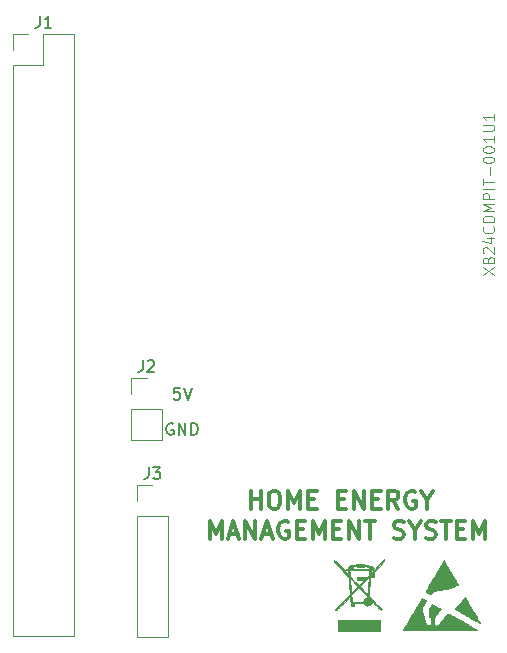
<source format=gbr>
G04 #@! TF.GenerationSoftware,KiCad,Pcbnew,(5.0.1)-4*
G04 #@! TF.CreationDate,2019-03-02T13:01:11-06:00*
G04 #@! TF.ProjectId,ccu_pcb2,6363755F706362322E6B696361645F70,rev?*
G04 #@! TF.SameCoordinates,Original*
G04 #@! TF.FileFunction,Legend,Top*
G04 #@! TF.FilePolarity,Positive*
%FSLAX46Y46*%
G04 Gerber Fmt 4.6, Leading zero omitted, Abs format (unit mm)*
G04 Created by KiCad (PCBNEW (5.0.1)-4) date 2019-03-02 1:01:11 PM*
%MOMM*%
%LPD*%
G01*
G04 APERTURE LIST*
%ADD10C,0.150000*%
%ADD11C,0.300000*%
%ADD12C,0.120000*%
%ADD13C,0.010000*%
%ADD14C,0.050000*%
G04 APERTURE END LIST*
D10*
X152238095Y-99500000D02*
X152142857Y-99452380D01*
X152000000Y-99452380D01*
X151857142Y-99500000D01*
X151761904Y-99595238D01*
X151714285Y-99690476D01*
X151666666Y-99880952D01*
X151666666Y-100023809D01*
X151714285Y-100214285D01*
X151761904Y-100309523D01*
X151857142Y-100404761D01*
X152000000Y-100452380D01*
X152095238Y-100452380D01*
X152238095Y-100404761D01*
X152285714Y-100357142D01*
X152285714Y-100023809D01*
X152095238Y-100023809D01*
X152714285Y-100452380D02*
X152714285Y-99452380D01*
X153285714Y-100452380D01*
X153285714Y-99452380D01*
X153761904Y-100452380D02*
X153761904Y-99452380D01*
X154000000Y-99452380D01*
X154142857Y-99500000D01*
X154238095Y-99595238D01*
X154285714Y-99690476D01*
X154333333Y-99880952D01*
X154333333Y-100023809D01*
X154285714Y-100214285D01*
X154238095Y-100309523D01*
X154142857Y-100404761D01*
X154000000Y-100452380D01*
X153761904Y-100452380D01*
X152809523Y-96452380D02*
X152333333Y-96452380D01*
X152285714Y-96928571D01*
X152333333Y-96880952D01*
X152428571Y-96833333D01*
X152666666Y-96833333D01*
X152761904Y-96880952D01*
X152809523Y-96928571D01*
X152857142Y-97023809D01*
X152857142Y-97261904D01*
X152809523Y-97357142D01*
X152761904Y-97404761D01*
X152666666Y-97452380D01*
X152428571Y-97452380D01*
X152333333Y-97404761D01*
X152285714Y-97357142D01*
X153142857Y-96452380D02*
X153476190Y-97452380D01*
X153809523Y-96452380D01*
D11*
X158821428Y-106678571D02*
X158821428Y-105178571D01*
X158821428Y-105892857D02*
X159678571Y-105892857D01*
X159678571Y-106678571D02*
X159678571Y-105178571D01*
X160678571Y-105178571D02*
X160964285Y-105178571D01*
X161107142Y-105250000D01*
X161250000Y-105392857D01*
X161321428Y-105678571D01*
X161321428Y-106178571D01*
X161250000Y-106464285D01*
X161107142Y-106607142D01*
X160964285Y-106678571D01*
X160678571Y-106678571D01*
X160535714Y-106607142D01*
X160392857Y-106464285D01*
X160321428Y-106178571D01*
X160321428Y-105678571D01*
X160392857Y-105392857D01*
X160535714Y-105250000D01*
X160678571Y-105178571D01*
X161964285Y-106678571D02*
X161964285Y-105178571D01*
X162464285Y-106250000D01*
X162964285Y-105178571D01*
X162964285Y-106678571D01*
X163678571Y-105892857D02*
X164178571Y-105892857D01*
X164392857Y-106678571D02*
X163678571Y-106678571D01*
X163678571Y-105178571D01*
X164392857Y-105178571D01*
X166178571Y-105892857D02*
X166678571Y-105892857D01*
X166892857Y-106678571D02*
X166178571Y-106678571D01*
X166178571Y-105178571D01*
X166892857Y-105178571D01*
X167535714Y-106678571D02*
X167535714Y-105178571D01*
X168392857Y-106678571D01*
X168392857Y-105178571D01*
X169107142Y-105892857D02*
X169607142Y-105892857D01*
X169821428Y-106678571D02*
X169107142Y-106678571D01*
X169107142Y-105178571D01*
X169821428Y-105178571D01*
X171321428Y-106678571D02*
X170821428Y-105964285D01*
X170464285Y-106678571D02*
X170464285Y-105178571D01*
X171035714Y-105178571D01*
X171178571Y-105250000D01*
X171250000Y-105321428D01*
X171321428Y-105464285D01*
X171321428Y-105678571D01*
X171250000Y-105821428D01*
X171178571Y-105892857D01*
X171035714Y-105964285D01*
X170464285Y-105964285D01*
X172750000Y-105250000D02*
X172607142Y-105178571D01*
X172392857Y-105178571D01*
X172178571Y-105250000D01*
X172035714Y-105392857D01*
X171964285Y-105535714D01*
X171892857Y-105821428D01*
X171892857Y-106035714D01*
X171964285Y-106321428D01*
X172035714Y-106464285D01*
X172178571Y-106607142D01*
X172392857Y-106678571D01*
X172535714Y-106678571D01*
X172750000Y-106607142D01*
X172821428Y-106535714D01*
X172821428Y-106035714D01*
X172535714Y-106035714D01*
X173750000Y-105964285D02*
X173750000Y-106678571D01*
X173250000Y-105178571D02*
X173750000Y-105964285D01*
X174250000Y-105178571D01*
X155357142Y-109228571D02*
X155357142Y-107728571D01*
X155857142Y-108800000D01*
X156357142Y-107728571D01*
X156357142Y-109228571D01*
X157000000Y-108800000D02*
X157714285Y-108800000D01*
X156857142Y-109228571D02*
X157357142Y-107728571D01*
X157857142Y-109228571D01*
X158357142Y-109228571D02*
X158357142Y-107728571D01*
X159214285Y-109228571D01*
X159214285Y-107728571D01*
X159857142Y-108800000D02*
X160571428Y-108800000D01*
X159714285Y-109228571D02*
X160214285Y-107728571D01*
X160714285Y-109228571D01*
X162000000Y-107800000D02*
X161857142Y-107728571D01*
X161642857Y-107728571D01*
X161428571Y-107800000D01*
X161285714Y-107942857D01*
X161214285Y-108085714D01*
X161142857Y-108371428D01*
X161142857Y-108585714D01*
X161214285Y-108871428D01*
X161285714Y-109014285D01*
X161428571Y-109157142D01*
X161642857Y-109228571D01*
X161785714Y-109228571D01*
X162000000Y-109157142D01*
X162071428Y-109085714D01*
X162071428Y-108585714D01*
X161785714Y-108585714D01*
X162714285Y-108442857D02*
X163214285Y-108442857D01*
X163428571Y-109228571D02*
X162714285Y-109228571D01*
X162714285Y-107728571D01*
X163428571Y-107728571D01*
X164071428Y-109228571D02*
X164071428Y-107728571D01*
X164571428Y-108800000D01*
X165071428Y-107728571D01*
X165071428Y-109228571D01*
X165785714Y-108442857D02*
X166285714Y-108442857D01*
X166500000Y-109228571D02*
X165785714Y-109228571D01*
X165785714Y-107728571D01*
X166500000Y-107728571D01*
X167142857Y-109228571D02*
X167142857Y-107728571D01*
X168000000Y-109228571D01*
X168000000Y-107728571D01*
X168500000Y-107728571D02*
X169357142Y-107728571D01*
X168928571Y-109228571D02*
X168928571Y-107728571D01*
X170928571Y-109157142D02*
X171142857Y-109228571D01*
X171500000Y-109228571D01*
X171642857Y-109157142D01*
X171714285Y-109085714D01*
X171785714Y-108942857D01*
X171785714Y-108800000D01*
X171714285Y-108657142D01*
X171642857Y-108585714D01*
X171500000Y-108514285D01*
X171214285Y-108442857D01*
X171071428Y-108371428D01*
X171000000Y-108300000D01*
X170928571Y-108157142D01*
X170928571Y-108014285D01*
X171000000Y-107871428D01*
X171071428Y-107800000D01*
X171214285Y-107728571D01*
X171571428Y-107728571D01*
X171785714Y-107800000D01*
X172714285Y-108514285D02*
X172714285Y-109228571D01*
X172214285Y-107728571D02*
X172714285Y-108514285D01*
X173214285Y-107728571D01*
X173642857Y-109157142D02*
X173857142Y-109228571D01*
X174214285Y-109228571D01*
X174357142Y-109157142D01*
X174428571Y-109085714D01*
X174500000Y-108942857D01*
X174500000Y-108800000D01*
X174428571Y-108657142D01*
X174357142Y-108585714D01*
X174214285Y-108514285D01*
X173928571Y-108442857D01*
X173785714Y-108371428D01*
X173714285Y-108300000D01*
X173642857Y-108157142D01*
X173642857Y-108014285D01*
X173714285Y-107871428D01*
X173785714Y-107800000D01*
X173928571Y-107728571D01*
X174285714Y-107728571D01*
X174500000Y-107800000D01*
X174928571Y-107728571D02*
X175785714Y-107728571D01*
X175357142Y-109228571D02*
X175357142Y-107728571D01*
X176285714Y-108442857D02*
X176785714Y-108442857D01*
X177000000Y-109228571D02*
X176285714Y-109228571D01*
X176285714Y-107728571D01*
X177000000Y-107728571D01*
X177642857Y-109228571D02*
X177642857Y-107728571D01*
X178142857Y-108800000D01*
X178642857Y-107728571D01*
X178642857Y-109228571D01*
D12*
G04 #@! TO.C,J1*
X138670000Y-117455001D02*
X143870000Y-117455001D01*
X138670000Y-69135001D02*
X138670000Y-117455001D01*
X143870000Y-66535001D02*
X143870000Y-117455001D01*
X138670000Y-69135001D02*
X141270000Y-69135001D01*
X141270000Y-69135001D02*
X141270000Y-66535001D01*
X141270000Y-66535001D02*
X143870000Y-66535001D01*
X138670000Y-67865001D02*
X138670000Y-66535001D01*
X138670000Y-66535001D02*
X140000000Y-66535001D01*
G04 #@! TO.C,J2*
X148670000Y-95670000D02*
X150000000Y-95670000D01*
X148670000Y-97000000D02*
X148670000Y-95670000D01*
X148670000Y-98270000D02*
X151330000Y-98270000D01*
X151330000Y-98270000D02*
X151330000Y-100870000D01*
X148670000Y-98270000D02*
X148670000Y-100870000D01*
X148670000Y-100870000D02*
X151330000Y-100870000D01*
G04 #@! TO.C,J3*
X149165000Y-117535000D02*
X151825000Y-117535000D01*
X149165000Y-107315000D02*
X149165000Y-117535000D01*
X151825000Y-107315000D02*
X151825000Y-117535000D01*
X149165000Y-107315000D02*
X151825000Y-107315000D01*
X149165000Y-106045000D02*
X149165000Y-104715000D01*
X149165000Y-104715000D02*
X150495000Y-104715000D01*
D13*
G04 #@! TO.C,REF\002A\002A*
G36*
X175164043Y-111085835D02*
X175187065Y-111123245D01*
X175222534Y-111182514D01*
X175268996Y-111261118D01*
X175324996Y-111356538D01*
X175389081Y-111466250D01*
X175459796Y-111587734D01*
X175535687Y-111718468D01*
X175615299Y-111855930D01*
X175697178Y-111997598D01*
X175779870Y-112140951D01*
X175861921Y-112283467D01*
X175941876Y-112422624D01*
X176018281Y-112555901D01*
X176089682Y-112680776D01*
X176154624Y-112794727D01*
X176211653Y-112895233D01*
X176259315Y-112979772D01*
X176296155Y-113045822D01*
X176320720Y-113090862D01*
X176331554Y-113112370D01*
X176331951Y-113113714D01*
X176318501Y-113131965D01*
X176281114Y-113159882D01*
X176224235Y-113194725D01*
X176152312Y-113233754D01*
X176077015Y-113270843D01*
X175974560Y-113315817D01*
X175866817Y-113356226D01*
X175750073Y-113392969D01*
X175620618Y-113426942D01*
X175474740Y-113459044D01*
X175308726Y-113490173D01*
X175118866Y-113521227D01*
X174922469Y-113550145D01*
X174751834Y-113575800D01*
X174608545Y-113601198D01*
X174489008Y-113627602D01*
X174389630Y-113656273D01*
X174306818Y-113688473D01*
X174236978Y-113725465D01*
X174176518Y-113768512D01*
X174121845Y-113818875D01*
X174104214Y-113837583D01*
X174066000Y-113881139D01*
X174037732Y-113916682D01*
X174024618Y-113937583D01*
X174024268Y-113939297D01*
X174019680Y-113949806D01*
X174003758Y-113949924D01*
X173973266Y-113938254D01*
X173924968Y-113913396D01*
X173855627Y-113873952D01*
X173807439Y-113845587D01*
X173735583Y-113801247D01*
X173679742Y-113763279D01*
X173643667Y-113734416D01*
X173631113Y-113717388D01*
X173631121Y-113717264D01*
X173638906Y-113701037D01*
X173660892Y-113660400D01*
X173695803Y-113597567D01*
X173742363Y-113514752D01*
X173799295Y-113414172D01*
X173865323Y-113298040D01*
X173939172Y-113168571D01*
X174019564Y-113027980D01*
X174105224Y-112878482D01*
X174194876Y-112722292D01*
X174287243Y-112561624D01*
X174381049Y-112398693D01*
X174475018Y-112235713D01*
X174567874Y-112074900D01*
X174658340Y-111918468D01*
X174745141Y-111768633D01*
X174827000Y-111627608D01*
X174902641Y-111497609D01*
X174970787Y-111380849D01*
X175030163Y-111279545D01*
X175079493Y-111195911D01*
X175117500Y-111132162D01*
X175142907Y-111090511D01*
X175154440Y-111073175D01*
X175154923Y-111072805D01*
X175164043Y-111085835D01*
X175164043Y-111085835D01*
G37*
X175164043Y-111085835D02*
X175187065Y-111123245D01*
X175222534Y-111182514D01*
X175268996Y-111261118D01*
X175324996Y-111356538D01*
X175389081Y-111466250D01*
X175459796Y-111587734D01*
X175535687Y-111718468D01*
X175615299Y-111855930D01*
X175697178Y-111997598D01*
X175779870Y-112140951D01*
X175861921Y-112283467D01*
X175941876Y-112422624D01*
X176018281Y-112555901D01*
X176089682Y-112680776D01*
X176154624Y-112794727D01*
X176211653Y-112895233D01*
X176259315Y-112979772D01*
X176296155Y-113045822D01*
X176320720Y-113090862D01*
X176331554Y-113112370D01*
X176331951Y-113113714D01*
X176318501Y-113131965D01*
X176281114Y-113159882D01*
X176224235Y-113194725D01*
X176152312Y-113233754D01*
X176077015Y-113270843D01*
X175974560Y-113315817D01*
X175866817Y-113356226D01*
X175750073Y-113392969D01*
X175620618Y-113426942D01*
X175474740Y-113459044D01*
X175308726Y-113490173D01*
X175118866Y-113521227D01*
X174922469Y-113550145D01*
X174751834Y-113575800D01*
X174608545Y-113601198D01*
X174489008Y-113627602D01*
X174389630Y-113656273D01*
X174306818Y-113688473D01*
X174236978Y-113725465D01*
X174176518Y-113768512D01*
X174121845Y-113818875D01*
X174104214Y-113837583D01*
X174066000Y-113881139D01*
X174037732Y-113916682D01*
X174024618Y-113937583D01*
X174024268Y-113939297D01*
X174019680Y-113949806D01*
X174003758Y-113949924D01*
X173973266Y-113938254D01*
X173924968Y-113913396D01*
X173855627Y-113873952D01*
X173807439Y-113845587D01*
X173735583Y-113801247D01*
X173679742Y-113763279D01*
X173643667Y-113734416D01*
X173631113Y-113717388D01*
X173631121Y-113717264D01*
X173638906Y-113701037D01*
X173660892Y-113660400D01*
X173695803Y-113597567D01*
X173742363Y-113514752D01*
X173799295Y-113414172D01*
X173865323Y-113298040D01*
X173939172Y-113168571D01*
X174019564Y-113027980D01*
X174105224Y-112878482D01*
X174194876Y-112722292D01*
X174287243Y-112561624D01*
X174381049Y-112398693D01*
X174475018Y-112235713D01*
X174567874Y-112074900D01*
X174658340Y-111918468D01*
X174745141Y-111768633D01*
X174827000Y-111627608D01*
X174902641Y-111497609D01*
X174970787Y-111380849D01*
X175030163Y-111279545D01*
X175079493Y-111195911D01*
X175117500Y-111132162D01*
X175142907Y-111090511D01*
X175154440Y-111073175D01*
X175154923Y-111072805D01*
X175164043Y-111085835D01*
G36*
X176987528Y-114234619D02*
X176998908Y-114253693D01*
X177024488Y-114297421D01*
X177063002Y-114363619D01*
X177113186Y-114450102D01*
X177173775Y-114554685D01*
X177243503Y-114675183D01*
X177321107Y-114809412D01*
X177405320Y-114955187D01*
X177494879Y-115110323D01*
X177586998Y-115270000D01*
X177681076Y-115433117D01*
X177771402Y-115589709D01*
X177856665Y-115737506D01*
X177935557Y-115874240D01*
X178006769Y-115997642D01*
X178068991Y-116105444D01*
X178120913Y-116195377D01*
X178161228Y-116265173D01*
X178188624Y-116312564D01*
X178201507Y-116334786D01*
X178222507Y-116372330D01*
X178233925Y-116395831D01*
X178234551Y-116399920D01*
X178220636Y-116392242D01*
X178181941Y-116370203D01*
X178120487Y-116334971D01*
X178038298Y-116287711D01*
X177937396Y-116229589D01*
X177819805Y-116161771D01*
X177687546Y-116085424D01*
X177542642Y-116001714D01*
X177387117Y-115911806D01*
X177222992Y-115816867D01*
X177160549Y-115780732D01*
X176993487Y-115684083D01*
X176834074Y-115591938D01*
X176684355Y-115505475D01*
X176546376Y-115425871D01*
X176422185Y-115354305D01*
X176313827Y-115291955D01*
X176223348Y-115239998D01*
X176152796Y-115199613D01*
X176104215Y-115171978D01*
X176079654Y-115158272D01*
X176077085Y-115156974D01*
X176084569Y-115145220D01*
X176110614Y-115113795D01*
X176152559Y-115065594D01*
X176207746Y-115003510D01*
X176273517Y-114930439D01*
X176347212Y-114849276D01*
X176426173Y-114762916D01*
X176507740Y-114674253D01*
X176589254Y-114586182D01*
X176668057Y-114501599D01*
X176741490Y-114423397D01*
X176806893Y-114354472D01*
X176861608Y-114297719D01*
X176902977Y-114256032D01*
X176917164Y-114242363D01*
X176964180Y-114198201D01*
X176987528Y-114234619D01*
X176987528Y-114234619D01*
G37*
X176987528Y-114234619D02*
X176998908Y-114253693D01*
X177024488Y-114297421D01*
X177063002Y-114363619D01*
X177113186Y-114450102D01*
X177173775Y-114554685D01*
X177243503Y-114675183D01*
X177321107Y-114809412D01*
X177405320Y-114955187D01*
X177494879Y-115110323D01*
X177586998Y-115270000D01*
X177681076Y-115433117D01*
X177771402Y-115589709D01*
X177856665Y-115737506D01*
X177935557Y-115874240D01*
X178006769Y-115997642D01*
X178068991Y-116105444D01*
X178120913Y-116195377D01*
X178161228Y-116265173D01*
X178188624Y-116312564D01*
X178201507Y-116334786D01*
X178222507Y-116372330D01*
X178233925Y-116395831D01*
X178234551Y-116399920D01*
X178220636Y-116392242D01*
X178181941Y-116370203D01*
X178120487Y-116334971D01*
X178038298Y-116287711D01*
X177937396Y-116229589D01*
X177819805Y-116161771D01*
X177687546Y-116085424D01*
X177542642Y-116001714D01*
X177387117Y-115911806D01*
X177222992Y-115816867D01*
X177160549Y-115780732D01*
X176993487Y-115684083D01*
X176834074Y-115591938D01*
X176684355Y-115505475D01*
X176546376Y-115425871D01*
X176422185Y-115354305D01*
X176313827Y-115291955D01*
X176223348Y-115239998D01*
X176152796Y-115199613D01*
X176104215Y-115171978D01*
X176079654Y-115158272D01*
X176077085Y-115156974D01*
X176084569Y-115145220D01*
X176110614Y-115113795D01*
X176152559Y-115065594D01*
X176207746Y-115003510D01*
X176273517Y-114930439D01*
X176347212Y-114849276D01*
X176426173Y-114762916D01*
X176507740Y-114674253D01*
X176589254Y-114586182D01*
X176668057Y-114501599D01*
X176741490Y-114423397D01*
X176806893Y-114354472D01*
X176861608Y-114297719D01*
X176902977Y-114256032D01*
X176917164Y-114242363D01*
X176964180Y-114198201D01*
X176987528Y-114234619D01*
G36*
X173322094Y-114291158D02*
X173354619Y-114303736D01*
X173404193Y-114328712D01*
X173475374Y-114367876D01*
X173480916Y-114370988D01*
X173546474Y-114408476D01*
X173601798Y-114441319D01*
X173641455Y-114466205D01*
X173660012Y-114479820D01*
X173660531Y-114480487D01*
X173656048Y-114499390D01*
X173635486Y-114541605D01*
X173600183Y-114604832D01*
X173551480Y-114686772D01*
X173490718Y-114785122D01*
X173419236Y-114897585D01*
X173401445Y-114925165D01*
X173355093Y-115001699D01*
X173321342Y-115067556D01*
X173303153Y-115116782D01*
X173301286Y-115126507D01*
X173302115Y-115169312D01*
X173311394Y-115237209D01*
X173327968Y-115325843D01*
X173350680Y-115430859D01*
X173378373Y-115547902D01*
X173409890Y-115672616D01*
X173444075Y-115800645D01*
X173479771Y-115927634D01*
X173515821Y-116049228D01*
X173551068Y-116161072D01*
X173584356Y-116258810D01*
X173614528Y-116338087D01*
X173635561Y-116385122D01*
X173660337Y-116435225D01*
X173683730Y-116483168D01*
X173684997Y-116485793D01*
X173723699Y-116534220D01*
X173780184Y-116566828D01*
X173845939Y-116582454D01*
X173912451Y-116579937D01*
X173971205Y-116558114D01*
X174004258Y-116529382D01*
X174051859Y-116450583D01*
X174086739Y-116352378D01*
X174105877Y-116244779D01*
X174108588Y-116183780D01*
X174097670Y-116069935D01*
X174065624Y-115975660D01*
X174010726Y-115896379D01*
X173993607Y-115878733D01*
X173942661Y-115829235D01*
X173939163Y-115479362D01*
X173935664Y-115129489D01*
X174024818Y-114994531D01*
X174066654Y-114933445D01*
X174106945Y-114878493D01*
X174139943Y-114837336D01*
X174154126Y-114822192D01*
X174194281Y-114784810D01*
X174248665Y-114814098D01*
X174283039Y-114835084D01*
X174301846Y-114851378D01*
X174303049Y-114854307D01*
X174315903Y-114866728D01*
X174337896Y-114875977D01*
X174359150Y-114884313D01*
X174391694Y-114900149D01*
X174438322Y-114925033D01*
X174501829Y-114960509D01*
X174585008Y-115008123D01*
X174690653Y-115069422D01*
X174748062Y-115102932D01*
X174815594Y-115143071D01*
X174859885Y-115171659D01*
X174884855Y-115192039D01*
X174894423Y-115207553D01*
X174892508Y-115221546D01*
X174890911Y-115224796D01*
X174875376Y-115245266D01*
X174842136Y-115283665D01*
X174795062Y-115335696D01*
X174738028Y-115397066D01*
X174688700Y-115449090D01*
X174575030Y-115572567D01*
X174486105Y-115679591D01*
X174421134Y-115771240D01*
X174379321Y-115848588D01*
X174365217Y-115887866D01*
X174359392Y-115922249D01*
X174353375Y-115980899D01*
X174347696Y-116057117D01*
X174342884Y-116144202D01*
X174340619Y-116199268D01*
X174337459Y-116294464D01*
X174336069Y-116364062D01*
X174336858Y-116413409D01*
X174340235Y-116447854D01*
X174346608Y-116472743D01*
X174356387Y-116493425D01*
X174364067Y-116506053D01*
X174408421Y-116554726D01*
X174465574Y-116588645D01*
X174525708Y-116603438D01*
X174570773Y-116598086D01*
X174611576Y-116574930D01*
X174662724Y-116533462D01*
X174717042Y-116480912D01*
X174767357Y-116424516D01*
X174806494Y-116371505D01*
X174820905Y-116345889D01*
X174842491Y-116310814D01*
X174881753Y-116257389D01*
X174935102Y-116189789D01*
X174998952Y-116112190D01*
X175069715Y-116028768D01*
X175143804Y-115943698D01*
X175217632Y-115861155D01*
X175287611Y-115785316D01*
X175350155Y-115720356D01*
X175399260Y-115672669D01*
X175453779Y-115625032D01*
X175499642Y-115589908D01*
X175531811Y-115570949D01*
X175542489Y-115568864D01*
X175558853Y-115577274D01*
X175599671Y-115599846D01*
X175662586Y-115635224D01*
X175745244Y-115682054D01*
X175845289Y-115738981D01*
X175960366Y-115804649D01*
X176088119Y-115877703D01*
X176226194Y-115956788D01*
X176372234Y-116040548D01*
X176523884Y-116127629D01*
X176678790Y-116216676D01*
X176834595Y-116306332D01*
X176988944Y-116395243D01*
X177139482Y-116482054D01*
X177283854Y-116565409D01*
X177419704Y-116643954D01*
X177544677Y-116716333D01*
X177656417Y-116781190D01*
X177752570Y-116837171D01*
X177830779Y-116882920D01*
X177888689Y-116917083D01*
X177923946Y-116938304D01*
X177934165Y-116944963D01*
X177920402Y-116946280D01*
X177877104Y-116947559D01*
X177805714Y-116948796D01*
X177707673Y-116949983D01*
X177584422Y-116951115D01*
X177437403Y-116952186D01*
X177268057Y-116953189D01*
X177077826Y-116954119D01*
X176868151Y-116954968D01*
X176640473Y-116955732D01*
X176396235Y-116956403D01*
X176136877Y-116956976D01*
X175863841Y-116957444D01*
X175578568Y-116957802D01*
X175282500Y-116958042D01*
X174977079Y-116958159D01*
X174848924Y-116958171D01*
X171748970Y-116958171D01*
X171970053Y-116574847D01*
X172016856Y-116493680D01*
X172077102Y-116389166D01*
X172148778Y-116264801D01*
X172229869Y-116124082D01*
X172318362Y-115970503D01*
X172412240Y-115807562D01*
X172509491Y-115638754D01*
X172608100Y-115467575D01*
X172706053Y-115297521D01*
X172730825Y-115254512D01*
X172821152Y-115097857D01*
X172907289Y-114948803D01*
X172987942Y-114809568D01*
X173061816Y-114682371D01*
X173127617Y-114569432D01*
X173184050Y-114472968D01*
X173229821Y-114395200D01*
X173263635Y-114338346D01*
X173284198Y-114304625D01*
X173289953Y-114296040D01*
X173302058Y-114289189D01*
X173322094Y-114291158D01*
X173322094Y-114291158D01*
G37*
X173322094Y-114291158D02*
X173354619Y-114303736D01*
X173404193Y-114328712D01*
X173475374Y-114367876D01*
X173480916Y-114370988D01*
X173546474Y-114408476D01*
X173601798Y-114441319D01*
X173641455Y-114466205D01*
X173660012Y-114479820D01*
X173660531Y-114480487D01*
X173656048Y-114499390D01*
X173635486Y-114541605D01*
X173600183Y-114604832D01*
X173551480Y-114686772D01*
X173490718Y-114785122D01*
X173419236Y-114897585D01*
X173401445Y-114925165D01*
X173355093Y-115001699D01*
X173321342Y-115067556D01*
X173303153Y-115116782D01*
X173301286Y-115126507D01*
X173302115Y-115169312D01*
X173311394Y-115237209D01*
X173327968Y-115325843D01*
X173350680Y-115430859D01*
X173378373Y-115547902D01*
X173409890Y-115672616D01*
X173444075Y-115800645D01*
X173479771Y-115927634D01*
X173515821Y-116049228D01*
X173551068Y-116161072D01*
X173584356Y-116258810D01*
X173614528Y-116338087D01*
X173635561Y-116385122D01*
X173660337Y-116435225D01*
X173683730Y-116483168D01*
X173684997Y-116485793D01*
X173723699Y-116534220D01*
X173780184Y-116566828D01*
X173845939Y-116582454D01*
X173912451Y-116579937D01*
X173971205Y-116558114D01*
X174004258Y-116529382D01*
X174051859Y-116450583D01*
X174086739Y-116352378D01*
X174105877Y-116244779D01*
X174108588Y-116183780D01*
X174097670Y-116069935D01*
X174065624Y-115975660D01*
X174010726Y-115896379D01*
X173993607Y-115878733D01*
X173942661Y-115829235D01*
X173939163Y-115479362D01*
X173935664Y-115129489D01*
X174024818Y-114994531D01*
X174066654Y-114933445D01*
X174106945Y-114878493D01*
X174139943Y-114837336D01*
X174154126Y-114822192D01*
X174194281Y-114784810D01*
X174248665Y-114814098D01*
X174283039Y-114835084D01*
X174301846Y-114851378D01*
X174303049Y-114854307D01*
X174315903Y-114866728D01*
X174337896Y-114875977D01*
X174359150Y-114884313D01*
X174391694Y-114900149D01*
X174438322Y-114925033D01*
X174501829Y-114960509D01*
X174585008Y-115008123D01*
X174690653Y-115069422D01*
X174748062Y-115102932D01*
X174815594Y-115143071D01*
X174859885Y-115171659D01*
X174884855Y-115192039D01*
X174894423Y-115207553D01*
X174892508Y-115221546D01*
X174890911Y-115224796D01*
X174875376Y-115245266D01*
X174842136Y-115283665D01*
X174795062Y-115335696D01*
X174738028Y-115397066D01*
X174688700Y-115449090D01*
X174575030Y-115572567D01*
X174486105Y-115679591D01*
X174421134Y-115771240D01*
X174379321Y-115848588D01*
X174365217Y-115887866D01*
X174359392Y-115922249D01*
X174353375Y-115980899D01*
X174347696Y-116057117D01*
X174342884Y-116144202D01*
X174340619Y-116199268D01*
X174337459Y-116294464D01*
X174336069Y-116364062D01*
X174336858Y-116413409D01*
X174340235Y-116447854D01*
X174346608Y-116472743D01*
X174356387Y-116493425D01*
X174364067Y-116506053D01*
X174408421Y-116554726D01*
X174465574Y-116588645D01*
X174525708Y-116603438D01*
X174570773Y-116598086D01*
X174611576Y-116574930D01*
X174662724Y-116533462D01*
X174717042Y-116480912D01*
X174767357Y-116424516D01*
X174806494Y-116371505D01*
X174820905Y-116345889D01*
X174842491Y-116310814D01*
X174881753Y-116257389D01*
X174935102Y-116189789D01*
X174998952Y-116112190D01*
X175069715Y-116028768D01*
X175143804Y-115943698D01*
X175217632Y-115861155D01*
X175287611Y-115785316D01*
X175350155Y-115720356D01*
X175399260Y-115672669D01*
X175453779Y-115625032D01*
X175499642Y-115589908D01*
X175531811Y-115570949D01*
X175542489Y-115568864D01*
X175558853Y-115577274D01*
X175599671Y-115599846D01*
X175662586Y-115635224D01*
X175745244Y-115682054D01*
X175845289Y-115738981D01*
X175960366Y-115804649D01*
X176088119Y-115877703D01*
X176226194Y-115956788D01*
X176372234Y-116040548D01*
X176523884Y-116127629D01*
X176678790Y-116216676D01*
X176834595Y-116306332D01*
X176988944Y-116395243D01*
X177139482Y-116482054D01*
X177283854Y-116565409D01*
X177419704Y-116643954D01*
X177544677Y-116716333D01*
X177656417Y-116781190D01*
X177752570Y-116837171D01*
X177830779Y-116882920D01*
X177888689Y-116917083D01*
X177923946Y-116938304D01*
X177934165Y-116944963D01*
X177920402Y-116946280D01*
X177877104Y-116947559D01*
X177805714Y-116948796D01*
X177707673Y-116949983D01*
X177584422Y-116951115D01*
X177437403Y-116952186D01*
X177268057Y-116953189D01*
X177077826Y-116954119D01*
X176868151Y-116954968D01*
X176640473Y-116955732D01*
X176396235Y-116956403D01*
X176136877Y-116956976D01*
X175863841Y-116957444D01*
X175578568Y-116957802D01*
X175282500Y-116958042D01*
X174977079Y-116958159D01*
X174848924Y-116958171D01*
X171748970Y-116958171D01*
X171970053Y-116574847D01*
X172016856Y-116493680D01*
X172077102Y-116389166D01*
X172148778Y-116264801D01*
X172229869Y-116124082D01*
X172318362Y-115970503D01*
X172412240Y-115807562D01*
X172509491Y-115638754D01*
X172608100Y-115467575D01*
X172706053Y-115297521D01*
X172730825Y-115254512D01*
X172821152Y-115097857D01*
X172907289Y-114948803D01*
X172987942Y-114809568D01*
X173061816Y-114682371D01*
X173127617Y-114569432D01*
X173184050Y-114472968D01*
X173229821Y-114395200D01*
X173263635Y-114338346D01*
X173284198Y-114304625D01*
X173289953Y-114296040D01*
X173302058Y-114289189D01*
X173322094Y-114291158D01*
G36*
X170124430Y-111064848D02*
X170123811Y-111151931D01*
X169672086Y-111610891D01*
X169220361Y-112069852D01*
X169220032Y-112280471D01*
X169219703Y-112491089D01*
X168944610Y-112491089D01*
X168937522Y-112544530D01*
X168934838Y-112568888D01*
X168930313Y-112614759D01*
X168924191Y-112679405D01*
X168916712Y-112760091D01*
X168908119Y-112854081D01*
X168898654Y-112958637D01*
X168888558Y-113071025D01*
X168878074Y-113188507D01*
X168867444Y-113308348D01*
X168856909Y-113427811D01*
X168846713Y-113544159D01*
X168837095Y-113654657D01*
X168828300Y-113756569D01*
X168820568Y-113847158D01*
X168814142Y-113923687D01*
X168809263Y-113983421D01*
X168806175Y-114023624D01*
X168805117Y-114041559D01*
X168805118Y-114041644D01*
X168812827Y-114056035D01*
X168835981Y-114085748D01*
X168874895Y-114131131D01*
X168929884Y-114192529D01*
X169001264Y-114270288D01*
X169089349Y-114364754D01*
X169194454Y-114476272D01*
X169316895Y-114605188D01*
X169351310Y-114641287D01*
X169897137Y-115213416D01*
X169808881Y-115301436D01*
X169737485Y-115223758D01*
X169711366Y-115195686D01*
X169670566Y-115152274D01*
X169617777Y-115096366D01*
X169555691Y-115030808D01*
X169487000Y-114958441D01*
X169414396Y-114882112D01*
X169370960Y-114836524D01*
X169289416Y-114751119D01*
X169223504Y-114682710D01*
X169171544Y-114630053D01*
X169131855Y-114591905D01*
X169102757Y-114567020D01*
X169082569Y-114554156D01*
X169069610Y-114552068D01*
X169062200Y-114559513D01*
X169058658Y-114575246D01*
X169057303Y-114598023D01*
X169057121Y-114604239D01*
X169047703Y-114647061D01*
X169024497Y-114698819D01*
X168992136Y-114751328D01*
X168955252Y-114796403D01*
X168940493Y-114810328D01*
X168864767Y-114859047D01*
X168776308Y-114886306D01*
X168698100Y-114892773D01*
X168609468Y-114880576D01*
X168527612Y-114844813D01*
X168455164Y-114786722D01*
X168441797Y-114772262D01*
X168392918Y-114716733D01*
X167547326Y-114716733D01*
X167547326Y-114892773D01*
X167320990Y-114892773D01*
X167320990Y-114810531D01*
X167318150Y-114754386D01*
X167308607Y-114715416D01*
X167297009Y-114694219D01*
X167288723Y-114679052D01*
X167281627Y-114657062D01*
X167275252Y-114624987D01*
X167269128Y-114579569D01*
X167262784Y-114517548D01*
X167255750Y-114435662D01*
X167250934Y-114374746D01*
X167228839Y-114089343D01*
X166686435Y-114638805D01*
X166588363Y-114738228D01*
X166494216Y-114833815D01*
X166405715Y-114923810D01*
X166324580Y-115006457D01*
X166252531Y-115080001D01*
X166191288Y-115142684D01*
X166142573Y-115192752D01*
X166108104Y-115228448D01*
X166089621Y-115247995D01*
X166059257Y-115278944D01*
X166033929Y-115300530D01*
X166020305Y-115307723D01*
X166002905Y-115299297D01*
X165977540Y-115278245D01*
X165968942Y-115269671D01*
X165932486Y-115231620D01*
X166133198Y-115027658D01*
X166184404Y-114975699D01*
X166250431Y-114908820D01*
X166328382Y-114829950D01*
X166415362Y-114742014D01*
X166508474Y-114647941D01*
X166604821Y-114550658D01*
X166701508Y-114453093D01*
X166770866Y-114383145D01*
X166876297Y-114276550D01*
X166964871Y-114186307D01*
X167037719Y-114111192D01*
X167095977Y-114049986D01*
X167140775Y-114001466D01*
X167162979Y-113976129D01*
X167341276Y-113976129D01*
X167363599Y-114261555D01*
X167370331Y-114345219D01*
X167376843Y-114421727D01*
X167382766Y-114487081D01*
X167387732Y-114537281D01*
X167391371Y-114568329D01*
X167392542Y-114575273D01*
X167399162Y-114603565D01*
X168348636Y-114603565D01*
X168354974Y-114524606D01*
X168374110Y-114431315D01*
X168414154Y-114348791D01*
X168472582Y-114280038D01*
X168546871Y-114228063D01*
X168630252Y-114196863D01*
X168657302Y-114182228D01*
X168670844Y-114150819D01*
X168671128Y-114149434D01*
X168672753Y-114136174D01*
X168670744Y-114122595D01*
X168663142Y-114106181D01*
X168647984Y-114084411D01*
X168623312Y-114054767D01*
X168587164Y-114014732D01*
X168537580Y-113961785D01*
X168472599Y-113893409D01*
X168468401Y-113889005D01*
X168398507Y-113815611D01*
X168324200Y-113737437D01*
X168250586Y-113659864D01*
X168182771Y-113588275D01*
X168125860Y-113528051D01*
X168113168Y-113514587D01*
X168064513Y-113463820D01*
X168021291Y-113420375D01*
X167986605Y-113387241D01*
X167963556Y-113367405D01*
X167955818Y-113363046D01*
X167944278Y-113372170D01*
X167917290Y-113397200D01*
X167876979Y-113436052D01*
X167825471Y-113486643D01*
X167764891Y-113546888D01*
X167697364Y-113614704D01*
X167642174Y-113670565D01*
X167341276Y-113976129D01*
X167162979Y-113976129D01*
X167173249Y-113964411D01*
X167194529Y-113937599D01*
X167205749Y-113919808D01*
X167208246Y-113911570D01*
X167207300Y-113893590D01*
X167204427Y-113852892D01*
X167199813Y-113791819D01*
X167193642Y-113712713D01*
X167186102Y-113617914D01*
X167177379Y-113509767D01*
X167167657Y-113390612D01*
X167157124Y-113262791D01*
X167148635Y-113160635D01*
X167100604Y-112584674D01*
X167224195Y-112584674D01*
X167224727Y-112597104D01*
X167227231Y-112632110D01*
X167231504Y-112687215D01*
X167237347Y-112759943D01*
X167244557Y-112847814D01*
X167252934Y-112948351D01*
X167262277Y-113059077D01*
X167271242Y-113164205D01*
X167281398Y-113283483D01*
X167290858Y-113396080D01*
X167299404Y-113499305D01*
X167306821Y-113590473D01*
X167312892Y-113666895D01*
X167317399Y-113725883D01*
X167320127Y-113764749D01*
X167320884Y-113779844D01*
X167322065Y-113789238D01*
X167326744Y-113792966D01*
X167336724Y-113789471D01*
X167353810Y-113777199D01*
X167379804Y-113754594D01*
X167416510Y-113720100D01*
X167465733Y-113672162D01*
X167529274Y-113609224D01*
X167596695Y-113541968D01*
X167872399Y-113266477D01*
X167870467Y-113264406D01*
X168052710Y-113264406D01*
X168061016Y-113275780D01*
X168084267Y-113302563D01*
X168120135Y-113342292D01*
X168166287Y-113392507D01*
X168220394Y-113450746D01*
X168280126Y-113514547D01*
X168343152Y-113581449D01*
X168407142Y-113648990D01*
X168469764Y-113714710D01*
X168528690Y-113776146D01*
X168581588Y-113830837D01*
X168626128Y-113876322D01*
X168659980Y-113910138D01*
X168680812Y-113929826D01*
X168686494Y-113933837D01*
X168688366Y-113920891D01*
X168692254Y-113885134D01*
X168697943Y-113828804D01*
X168705219Y-113754140D01*
X168713869Y-113663380D01*
X168723678Y-113558762D01*
X168734434Y-113442526D01*
X168745921Y-113316908D01*
X168755093Y-113215618D01*
X168766826Y-113084279D01*
X168777665Y-112960552D01*
X168787430Y-112846681D01*
X168795937Y-112744911D01*
X168803005Y-112657487D01*
X168808451Y-112586653D01*
X168812092Y-112534653D01*
X168813747Y-112503732D01*
X168813558Y-112495703D01*
X168803666Y-112502854D01*
X168778476Y-112525841D01*
X168740190Y-112562439D01*
X168691011Y-112610422D01*
X168633139Y-112667566D01*
X168568778Y-112731647D01*
X168500129Y-112800438D01*
X168429395Y-112871716D01*
X168358778Y-112943255D01*
X168290480Y-113012830D01*
X168226704Y-113078217D01*
X168169650Y-113137191D01*
X168121522Y-113187527D01*
X168084522Y-113226999D01*
X168060852Y-113253383D01*
X168052710Y-113264406D01*
X167870467Y-113264406D01*
X167769591Y-113156295D01*
X167717232Y-113100377D01*
X167658465Y-113037948D01*
X167595615Y-112971443D01*
X167531005Y-112903298D01*
X167466958Y-112835948D01*
X167405797Y-112771828D01*
X167349847Y-112713372D01*
X167301430Y-112663018D01*
X167262870Y-112623198D01*
X167236491Y-112596350D01*
X167224616Y-112584908D01*
X167224195Y-112584674D01*
X167100604Y-112584674D01*
X167088599Y-112440726D01*
X166488062Y-111809158D01*
X165887525Y-111177589D01*
X165887966Y-111089315D01*
X165888408Y-111001040D01*
X165985417Y-111104666D01*
X166039709Y-111162463D01*
X166103808Y-111230368D01*
X166175984Y-111306572D01*
X166254508Y-111389269D01*
X166337651Y-111476653D01*
X166423681Y-111566915D01*
X166510870Y-111658250D01*
X166597487Y-111748849D01*
X166681803Y-111836907D01*
X166762088Y-111920615D01*
X166836613Y-111998167D01*
X166903646Y-112067757D01*
X166961459Y-112127576D01*
X167008321Y-112175818D01*
X167042504Y-112210676D01*
X167062276Y-112230343D01*
X167066610Y-112234116D01*
X167066908Y-112220992D01*
X167065269Y-112187389D01*
X167061977Y-112137880D01*
X167057318Y-112077037D01*
X167055318Y-112052732D01*
X167040423Y-111874951D01*
X167157045Y-111874951D01*
X167163066Y-111903243D01*
X167166137Y-111925618D01*
X167170452Y-111967717D01*
X167175512Y-112024178D01*
X167180819Y-112089635D01*
X167182656Y-112113862D01*
X167188073Y-112183421D01*
X167193541Y-112248018D01*
X167198512Y-112301548D01*
X167202439Y-112337910D01*
X167203325Y-112344509D01*
X167206666Y-112358056D01*
X167213899Y-112373914D01*
X167226560Y-112393861D01*
X167246189Y-112419673D01*
X167274322Y-112453129D01*
X167312498Y-112496007D01*
X167362254Y-112550083D01*
X167425129Y-112617136D01*
X167502659Y-112698943D01*
X167581749Y-112781950D01*
X167660436Y-112864094D01*
X167733888Y-112940169D01*
X167800276Y-113008325D01*
X167857773Y-113066712D01*
X167904549Y-113113481D01*
X167938776Y-113146782D01*
X167958627Y-113164767D01*
X167962860Y-113167442D01*
X167973997Y-113157741D01*
X168000029Y-113132441D01*
X168038430Y-113094082D01*
X168086672Y-113045200D01*
X168142230Y-112988334D01*
X168182408Y-112946906D01*
X168392169Y-112730000D01*
X167773663Y-112730000D01*
X167773663Y-112491089D01*
X168528119Y-112491089D01*
X168528119Y-112597542D01*
X168666435Y-112459654D01*
X168764553Y-112361840D01*
X168955643Y-112361840D01*
X168957471Y-112377270D01*
X168966723Y-112385867D01*
X168989050Y-112389613D01*
X169030105Y-112390489D01*
X169037376Y-112390495D01*
X169119109Y-112390495D01*
X169119109Y-112171172D01*
X169037376Y-112252179D01*
X168991270Y-112301428D01*
X168963694Y-112339159D01*
X168955643Y-112361840D01*
X168764553Y-112361840D01*
X168804752Y-112321766D01*
X168804752Y-112198952D01*
X168805137Y-112142450D01*
X168806900Y-112106505D01*
X168810950Y-112086530D01*
X168818199Y-112077937D01*
X168829130Y-112076139D01*
X168841288Y-112073498D01*
X168850273Y-112062912D01*
X168857174Y-112040381D01*
X168863076Y-112001909D01*
X168869065Y-111943498D01*
X168870987Y-111922104D01*
X168875148Y-111874951D01*
X167157045Y-111874951D01*
X167040423Y-111874951D01*
X166880891Y-111874951D01*
X166880891Y-111761782D01*
X166948686Y-111761782D01*
X166988338Y-111760696D01*
X167009884Y-111755454D01*
X167012520Y-111752334D01*
X167151384Y-111752334D01*
X167158692Y-111759462D01*
X167184007Y-111761662D01*
X167201092Y-111761782D01*
X167258119Y-111761782D01*
X167470779Y-111761782D01*
X168885302Y-111761782D01*
X168837458Y-111712786D01*
X168763150Y-111652324D01*
X168671184Y-111605691D01*
X168560002Y-111572249D01*
X168449529Y-111553753D01*
X168377227Y-111545122D01*
X168377227Y-111636040D01*
X167798812Y-111636040D01*
X167798812Y-111532893D01*
X167713935Y-111541496D01*
X167654632Y-111548756D01*
X167591449Y-111558379D01*
X167553614Y-111565252D01*
X167478168Y-111580407D01*
X167474474Y-111671095D01*
X167470779Y-111761782D01*
X167258119Y-111761782D01*
X167258119Y-111711485D01*
X167256456Y-111679976D01*
X167252303Y-111662463D01*
X167250629Y-111661188D01*
X167232013Y-111669254D01*
X167204817Y-111688820D01*
X167177552Y-111712944D01*
X167158733Y-111734682D01*
X167157057Y-111737508D01*
X167151384Y-111752334D01*
X167012520Y-111752334D01*
X167020338Y-111743081D01*
X167024558Y-111729604D01*
X167041781Y-111694627D01*
X167074862Y-111652579D01*
X167118107Y-111609356D01*
X167165826Y-111570854D01*
X167197170Y-111550801D01*
X167232877Y-111528851D01*
X167251181Y-111510411D01*
X167257612Y-111488668D01*
X167258106Y-111475718D01*
X167258106Y-111472575D01*
X167899406Y-111472575D01*
X167899406Y-111535446D01*
X168276633Y-111535446D01*
X168276633Y-111472575D01*
X167899406Y-111472575D01*
X167258106Y-111472575D01*
X167258119Y-111434852D01*
X167363952Y-111434852D01*
X167412645Y-111436029D01*
X167450595Y-111439165D01*
X167471692Y-111443671D01*
X167473977Y-111445495D01*
X167487359Y-111448295D01*
X167519926Y-111447148D01*
X167566084Y-111442393D01*
X167597624Y-111438003D01*
X167654812Y-111429378D01*
X167707114Y-111421591D01*
X167746418Y-111415847D01*
X167757945Y-111414215D01*
X167788063Y-111404888D01*
X167798812Y-111390272D01*
X167802080Y-111384320D01*
X167813770Y-111379778D01*
X167836712Y-111376470D01*
X167873735Y-111374215D01*
X167927668Y-111372834D01*
X168001340Y-111372150D01*
X168088020Y-111371980D01*
X168180529Y-111372077D01*
X168250906Y-111372530D01*
X168302164Y-111373590D01*
X168337320Y-111375503D01*
X168359389Y-111378519D01*
X168371385Y-111382885D01*
X168376324Y-111388849D01*
X168377227Y-111395784D01*
X168384921Y-111417795D01*
X168410121Y-111430321D01*
X168456009Y-111434788D01*
X168464264Y-111434852D01*
X168541973Y-111442868D01*
X168630233Y-111464936D01*
X168721085Y-111498084D01*
X168806570Y-111539339D01*
X168878726Y-111585731D01*
X168888072Y-111593082D01*
X168918533Y-111616998D01*
X168936572Y-111626576D01*
X168949169Y-111623480D01*
X168962100Y-111610704D01*
X169000293Y-111585678D01*
X169049998Y-111576071D01*
X169103524Y-111581067D01*
X169153178Y-111599851D01*
X169191267Y-111631606D01*
X169194025Y-111635297D01*
X169222526Y-111694575D01*
X169227828Y-111755934D01*
X169210518Y-111814427D01*
X169171180Y-111865104D01*
X169166370Y-111869289D01*
X169138440Y-111889167D01*
X169110102Y-111897921D01*
X169070263Y-111898553D01*
X169060311Y-111897992D01*
X169021332Y-111896562D01*
X169001254Y-111899839D01*
X168993985Y-111909728D01*
X168993240Y-111918961D01*
X168991716Y-111945744D01*
X168987935Y-111986025D01*
X168985218Y-112010124D01*
X168981277Y-112048401D01*
X168982916Y-112067996D01*
X168992421Y-112075158D01*
X169009351Y-112076139D01*
X169019392Y-112072901D01*
X169035590Y-112062420D01*
X169059145Y-112043548D01*
X169091257Y-112015135D01*
X169133128Y-111976035D01*
X169185957Y-111925097D01*
X169250945Y-111861173D01*
X169329291Y-111783114D01*
X169422197Y-111689772D01*
X169530863Y-111579998D01*
X169583231Y-111526952D01*
X170125049Y-110977767D01*
X170124430Y-111064848D01*
X170124430Y-111064848D01*
G37*
X170124430Y-111064848D02*
X170123811Y-111151931D01*
X169672086Y-111610891D01*
X169220361Y-112069852D01*
X169220032Y-112280471D01*
X169219703Y-112491089D01*
X168944610Y-112491089D01*
X168937522Y-112544530D01*
X168934838Y-112568888D01*
X168930313Y-112614759D01*
X168924191Y-112679405D01*
X168916712Y-112760091D01*
X168908119Y-112854081D01*
X168898654Y-112958637D01*
X168888558Y-113071025D01*
X168878074Y-113188507D01*
X168867444Y-113308348D01*
X168856909Y-113427811D01*
X168846713Y-113544159D01*
X168837095Y-113654657D01*
X168828300Y-113756569D01*
X168820568Y-113847158D01*
X168814142Y-113923687D01*
X168809263Y-113983421D01*
X168806175Y-114023624D01*
X168805117Y-114041559D01*
X168805118Y-114041644D01*
X168812827Y-114056035D01*
X168835981Y-114085748D01*
X168874895Y-114131131D01*
X168929884Y-114192529D01*
X169001264Y-114270288D01*
X169089349Y-114364754D01*
X169194454Y-114476272D01*
X169316895Y-114605188D01*
X169351310Y-114641287D01*
X169897137Y-115213416D01*
X169808881Y-115301436D01*
X169737485Y-115223758D01*
X169711366Y-115195686D01*
X169670566Y-115152274D01*
X169617777Y-115096366D01*
X169555691Y-115030808D01*
X169487000Y-114958441D01*
X169414396Y-114882112D01*
X169370960Y-114836524D01*
X169289416Y-114751119D01*
X169223504Y-114682710D01*
X169171544Y-114630053D01*
X169131855Y-114591905D01*
X169102757Y-114567020D01*
X169082569Y-114554156D01*
X169069610Y-114552068D01*
X169062200Y-114559513D01*
X169058658Y-114575246D01*
X169057303Y-114598023D01*
X169057121Y-114604239D01*
X169047703Y-114647061D01*
X169024497Y-114698819D01*
X168992136Y-114751328D01*
X168955252Y-114796403D01*
X168940493Y-114810328D01*
X168864767Y-114859047D01*
X168776308Y-114886306D01*
X168698100Y-114892773D01*
X168609468Y-114880576D01*
X168527612Y-114844813D01*
X168455164Y-114786722D01*
X168441797Y-114772262D01*
X168392918Y-114716733D01*
X167547326Y-114716733D01*
X167547326Y-114892773D01*
X167320990Y-114892773D01*
X167320990Y-114810531D01*
X167318150Y-114754386D01*
X167308607Y-114715416D01*
X167297009Y-114694219D01*
X167288723Y-114679052D01*
X167281627Y-114657062D01*
X167275252Y-114624987D01*
X167269128Y-114579569D01*
X167262784Y-114517548D01*
X167255750Y-114435662D01*
X167250934Y-114374746D01*
X167228839Y-114089343D01*
X166686435Y-114638805D01*
X166588363Y-114738228D01*
X166494216Y-114833815D01*
X166405715Y-114923810D01*
X166324580Y-115006457D01*
X166252531Y-115080001D01*
X166191288Y-115142684D01*
X166142573Y-115192752D01*
X166108104Y-115228448D01*
X166089621Y-115247995D01*
X166059257Y-115278944D01*
X166033929Y-115300530D01*
X166020305Y-115307723D01*
X166002905Y-115299297D01*
X165977540Y-115278245D01*
X165968942Y-115269671D01*
X165932486Y-115231620D01*
X166133198Y-115027658D01*
X166184404Y-114975699D01*
X166250431Y-114908820D01*
X166328382Y-114829950D01*
X166415362Y-114742014D01*
X166508474Y-114647941D01*
X166604821Y-114550658D01*
X166701508Y-114453093D01*
X166770866Y-114383145D01*
X166876297Y-114276550D01*
X166964871Y-114186307D01*
X167037719Y-114111192D01*
X167095977Y-114049986D01*
X167140775Y-114001466D01*
X167162979Y-113976129D01*
X167341276Y-113976129D01*
X167363599Y-114261555D01*
X167370331Y-114345219D01*
X167376843Y-114421727D01*
X167382766Y-114487081D01*
X167387732Y-114537281D01*
X167391371Y-114568329D01*
X167392542Y-114575273D01*
X167399162Y-114603565D01*
X168348636Y-114603565D01*
X168354974Y-114524606D01*
X168374110Y-114431315D01*
X168414154Y-114348791D01*
X168472582Y-114280038D01*
X168546871Y-114228063D01*
X168630252Y-114196863D01*
X168657302Y-114182228D01*
X168670844Y-114150819D01*
X168671128Y-114149434D01*
X168672753Y-114136174D01*
X168670744Y-114122595D01*
X168663142Y-114106181D01*
X168647984Y-114084411D01*
X168623312Y-114054767D01*
X168587164Y-114014732D01*
X168537580Y-113961785D01*
X168472599Y-113893409D01*
X168468401Y-113889005D01*
X168398507Y-113815611D01*
X168324200Y-113737437D01*
X168250586Y-113659864D01*
X168182771Y-113588275D01*
X168125860Y-113528051D01*
X168113168Y-113514587D01*
X168064513Y-113463820D01*
X168021291Y-113420375D01*
X167986605Y-113387241D01*
X167963556Y-113367405D01*
X167955818Y-113363046D01*
X167944278Y-113372170D01*
X167917290Y-113397200D01*
X167876979Y-113436052D01*
X167825471Y-113486643D01*
X167764891Y-113546888D01*
X167697364Y-113614704D01*
X167642174Y-113670565D01*
X167341276Y-113976129D01*
X167162979Y-113976129D01*
X167173249Y-113964411D01*
X167194529Y-113937599D01*
X167205749Y-113919808D01*
X167208246Y-113911570D01*
X167207300Y-113893590D01*
X167204427Y-113852892D01*
X167199813Y-113791819D01*
X167193642Y-113712713D01*
X167186102Y-113617914D01*
X167177379Y-113509767D01*
X167167657Y-113390612D01*
X167157124Y-113262791D01*
X167148635Y-113160635D01*
X167100604Y-112584674D01*
X167224195Y-112584674D01*
X167224727Y-112597104D01*
X167227231Y-112632110D01*
X167231504Y-112687215D01*
X167237347Y-112759943D01*
X167244557Y-112847814D01*
X167252934Y-112948351D01*
X167262277Y-113059077D01*
X167271242Y-113164205D01*
X167281398Y-113283483D01*
X167290858Y-113396080D01*
X167299404Y-113499305D01*
X167306821Y-113590473D01*
X167312892Y-113666895D01*
X167317399Y-113725883D01*
X167320127Y-113764749D01*
X167320884Y-113779844D01*
X167322065Y-113789238D01*
X167326744Y-113792966D01*
X167336724Y-113789471D01*
X167353810Y-113777199D01*
X167379804Y-113754594D01*
X167416510Y-113720100D01*
X167465733Y-113672162D01*
X167529274Y-113609224D01*
X167596695Y-113541968D01*
X167872399Y-113266477D01*
X167870467Y-113264406D01*
X168052710Y-113264406D01*
X168061016Y-113275780D01*
X168084267Y-113302563D01*
X168120135Y-113342292D01*
X168166287Y-113392507D01*
X168220394Y-113450746D01*
X168280126Y-113514547D01*
X168343152Y-113581449D01*
X168407142Y-113648990D01*
X168469764Y-113714710D01*
X168528690Y-113776146D01*
X168581588Y-113830837D01*
X168626128Y-113876322D01*
X168659980Y-113910138D01*
X168680812Y-113929826D01*
X168686494Y-113933837D01*
X168688366Y-113920891D01*
X168692254Y-113885134D01*
X168697943Y-113828804D01*
X168705219Y-113754140D01*
X168713869Y-113663380D01*
X168723678Y-113558762D01*
X168734434Y-113442526D01*
X168745921Y-113316908D01*
X168755093Y-113215618D01*
X168766826Y-113084279D01*
X168777665Y-112960552D01*
X168787430Y-112846681D01*
X168795937Y-112744911D01*
X168803005Y-112657487D01*
X168808451Y-112586653D01*
X168812092Y-112534653D01*
X168813747Y-112503732D01*
X168813558Y-112495703D01*
X168803666Y-112502854D01*
X168778476Y-112525841D01*
X168740190Y-112562439D01*
X168691011Y-112610422D01*
X168633139Y-112667566D01*
X168568778Y-112731647D01*
X168500129Y-112800438D01*
X168429395Y-112871716D01*
X168358778Y-112943255D01*
X168290480Y-113012830D01*
X168226704Y-113078217D01*
X168169650Y-113137191D01*
X168121522Y-113187527D01*
X168084522Y-113226999D01*
X168060852Y-113253383D01*
X168052710Y-113264406D01*
X167870467Y-113264406D01*
X167769591Y-113156295D01*
X167717232Y-113100377D01*
X167658465Y-113037948D01*
X167595615Y-112971443D01*
X167531005Y-112903298D01*
X167466958Y-112835948D01*
X167405797Y-112771828D01*
X167349847Y-112713372D01*
X167301430Y-112663018D01*
X167262870Y-112623198D01*
X167236491Y-112596350D01*
X167224616Y-112584908D01*
X167224195Y-112584674D01*
X167100604Y-112584674D01*
X167088599Y-112440726D01*
X166488062Y-111809158D01*
X165887525Y-111177589D01*
X165887966Y-111089315D01*
X165888408Y-111001040D01*
X165985417Y-111104666D01*
X166039709Y-111162463D01*
X166103808Y-111230368D01*
X166175984Y-111306572D01*
X166254508Y-111389269D01*
X166337651Y-111476653D01*
X166423681Y-111566915D01*
X166510870Y-111658250D01*
X166597487Y-111748849D01*
X166681803Y-111836907D01*
X166762088Y-111920615D01*
X166836613Y-111998167D01*
X166903646Y-112067757D01*
X166961459Y-112127576D01*
X167008321Y-112175818D01*
X167042504Y-112210676D01*
X167062276Y-112230343D01*
X167066610Y-112234116D01*
X167066908Y-112220992D01*
X167065269Y-112187389D01*
X167061977Y-112137880D01*
X167057318Y-112077037D01*
X167055318Y-112052732D01*
X167040423Y-111874951D01*
X167157045Y-111874951D01*
X167163066Y-111903243D01*
X167166137Y-111925618D01*
X167170452Y-111967717D01*
X167175512Y-112024178D01*
X167180819Y-112089635D01*
X167182656Y-112113862D01*
X167188073Y-112183421D01*
X167193541Y-112248018D01*
X167198512Y-112301548D01*
X167202439Y-112337910D01*
X167203325Y-112344509D01*
X167206666Y-112358056D01*
X167213899Y-112373914D01*
X167226560Y-112393861D01*
X167246189Y-112419673D01*
X167274322Y-112453129D01*
X167312498Y-112496007D01*
X167362254Y-112550083D01*
X167425129Y-112617136D01*
X167502659Y-112698943D01*
X167581749Y-112781950D01*
X167660436Y-112864094D01*
X167733888Y-112940169D01*
X167800276Y-113008325D01*
X167857773Y-113066712D01*
X167904549Y-113113481D01*
X167938776Y-113146782D01*
X167958627Y-113164767D01*
X167962860Y-113167442D01*
X167973997Y-113157741D01*
X168000029Y-113132441D01*
X168038430Y-113094082D01*
X168086672Y-113045200D01*
X168142230Y-112988334D01*
X168182408Y-112946906D01*
X168392169Y-112730000D01*
X167773663Y-112730000D01*
X167773663Y-112491089D01*
X168528119Y-112491089D01*
X168528119Y-112597542D01*
X168666435Y-112459654D01*
X168764553Y-112361840D01*
X168955643Y-112361840D01*
X168957471Y-112377270D01*
X168966723Y-112385867D01*
X168989050Y-112389613D01*
X169030105Y-112390489D01*
X169037376Y-112390495D01*
X169119109Y-112390495D01*
X169119109Y-112171172D01*
X169037376Y-112252179D01*
X168991270Y-112301428D01*
X168963694Y-112339159D01*
X168955643Y-112361840D01*
X168764553Y-112361840D01*
X168804752Y-112321766D01*
X168804752Y-112198952D01*
X168805137Y-112142450D01*
X168806900Y-112106505D01*
X168810950Y-112086530D01*
X168818199Y-112077937D01*
X168829130Y-112076139D01*
X168841288Y-112073498D01*
X168850273Y-112062912D01*
X168857174Y-112040381D01*
X168863076Y-112001909D01*
X168869065Y-111943498D01*
X168870987Y-111922104D01*
X168875148Y-111874951D01*
X167157045Y-111874951D01*
X167040423Y-111874951D01*
X166880891Y-111874951D01*
X166880891Y-111761782D01*
X166948686Y-111761782D01*
X166988338Y-111760696D01*
X167009884Y-111755454D01*
X167012520Y-111752334D01*
X167151384Y-111752334D01*
X167158692Y-111759462D01*
X167184007Y-111761662D01*
X167201092Y-111761782D01*
X167258119Y-111761782D01*
X167470779Y-111761782D01*
X168885302Y-111761782D01*
X168837458Y-111712786D01*
X168763150Y-111652324D01*
X168671184Y-111605691D01*
X168560002Y-111572249D01*
X168449529Y-111553753D01*
X168377227Y-111545122D01*
X168377227Y-111636040D01*
X167798812Y-111636040D01*
X167798812Y-111532893D01*
X167713935Y-111541496D01*
X167654632Y-111548756D01*
X167591449Y-111558379D01*
X167553614Y-111565252D01*
X167478168Y-111580407D01*
X167474474Y-111671095D01*
X167470779Y-111761782D01*
X167258119Y-111761782D01*
X167258119Y-111711485D01*
X167256456Y-111679976D01*
X167252303Y-111662463D01*
X167250629Y-111661188D01*
X167232013Y-111669254D01*
X167204817Y-111688820D01*
X167177552Y-111712944D01*
X167158733Y-111734682D01*
X167157057Y-111737508D01*
X167151384Y-111752334D01*
X167012520Y-111752334D01*
X167020338Y-111743081D01*
X167024558Y-111729604D01*
X167041781Y-111694627D01*
X167074862Y-111652579D01*
X167118107Y-111609356D01*
X167165826Y-111570854D01*
X167197170Y-111550801D01*
X167232877Y-111528851D01*
X167251181Y-111510411D01*
X167257612Y-111488668D01*
X167258106Y-111475718D01*
X167258106Y-111472575D01*
X167899406Y-111472575D01*
X167899406Y-111535446D01*
X168276633Y-111535446D01*
X168276633Y-111472575D01*
X167899406Y-111472575D01*
X167258106Y-111472575D01*
X167258119Y-111434852D01*
X167363952Y-111434852D01*
X167412645Y-111436029D01*
X167450595Y-111439165D01*
X167471692Y-111443671D01*
X167473977Y-111445495D01*
X167487359Y-111448295D01*
X167519926Y-111447148D01*
X167566084Y-111442393D01*
X167597624Y-111438003D01*
X167654812Y-111429378D01*
X167707114Y-111421591D01*
X167746418Y-111415847D01*
X167757945Y-111414215D01*
X167788063Y-111404888D01*
X167798812Y-111390272D01*
X167802080Y-111384320D01*
X167813770Y-111379778D01*
X167836712Y-111376470D01*
X167873735Y-111374215D01*
X167927668Y-111372834D01*
X168001340Y-111372150D01*
X168088020Y-111371980D01*
X168180529Y-111372077D01*
X168250906Y-111372530D01*
X168302164Y-111373590D01*
X168337320Y-111375503D01*
X168359389Y-111378519D01*
X168371385Y-111382885D01*
X168376324Y-111388849D01*
X168377227Y-111395784D01*
X168384921Y-111417795D01*
X168410121Y-111430321D01*
X168456009Y-111434788D01*
X168464264Y-111434852D01*
X168541973Y-111442868D01*
X168630233Y-111464936D01*
X168721085Y-111498084D01*
X168806570Y-111539339D01*
X168878726Y-111585731D01*
X168888072Y-111593082D01*
X168918533Y-111616998D01*
X168936572Y-111626576D01*
X168949169Y-111623480D01*
X168962100Y-111610704D01*
X169000293Y-111585678D01*
X169049998Y-111576071D01*
X169103524Y-111581067D01*
X169153178Y-111599851D01*
X169191267Y-111631606D01*
X169194025Y-111635297D01*
X169222526Y-111694575D01*
X169227828Y-111755934D01*
X169210518Y-111814427D01*
X169171180Y-111865104D01*
X169166370Y-111869289D01*
X169138440Y-111889167D01*
X169110102Y-111897921D01*
X169070263Y-111898553D01*
X169060311Y-111897992D01*
X169021332Y-111896562D01*
X169001254Y-111899839D01*
X168993985Y-111909728D01*
X168993240Y-111918961D01*
X168991716Y-111945744D01*
X168987935Y-111986025D01*
X168985218Y-112010124D01*
X168981277Y-112048401D01*
X168982916Y-112067996D01*
X168992421Y-112075158D01*
X169009351Y-112076139D01*
X169019392Y-112072901D01*
X169035590Y-112062420D01*
X169059145Y-112043548D01*
X169091257Y-112015135D01*
X169133128Y-111976035D01*
X169185957Y-111925097D01*
X169250945Y-111861173D01*
X169329291Y-111783114D01*
X169422197Y-111689772D01*
X169530863Y-111579998D01*
X169583231Y-111526952D01*
X170125049Y-110977767D01*
X170124430Y-111064848D01*
G36*
X169747822Y-117017822D02*
X166227029Y-117017822D01*
X166227029Y-116150198D01*
X169747822Y-116150198D01*
X169747822Y-117017822D01*
X169747822Y-117017822D01*
G37*
X169747822Y-117017822D02*
X166227029Y-117017822D01*
X166227029Y-116150198D01*
X169747822Y-116150198D01*
X169747822Y-117017822D01*
G04 #@! TO.C,U1*
D14*
X178452380Y-74685714D02*
X179261904Y-74685714D01*
X179357142Y-74642857D01*
X179404761Y-74600000D01*
X179452380Y-74514285D01*
X179452380Y-74342857D01*
X179404761Y-74257142D01*
X179357142Y-74214285D01*
X179261904Y-74171428D01*
X178452380Y-74171428D01*
X179452380Y-73271428D02*
X179452380Y-73785714D01*
X179452380Y-73528571D02*
X178452380Y-73528571D01*
X178595238Y-73614285D01*
X178690476Y-73700000D01*
X178738095Y-73785714D01*
X178452380Y-86871428D02*
X179452380Y-86271428D01*
X178452380Y-86271428D02*
X179452380Y-86871428D01*
X178928571Y-85628571D02*
X178976190Y-85500000D01*
X179023809Y-85457142D01*
X179119047Y-85414285D01*
X179261904Y-85414285D01*
X179357142Y-85457142D01*
X179404761Y-85500000D01*
X179452380Y-85585714D01*
X179452380Y-85928571D01*
X178452380Y-85928571D01*
X178452380Y-85628571D01*
X178500000Y-85542857D01*
X178547619Y-85500000D01*
X178642857Y-85457142D01*
X178738095Y-85457142D01*
X178833333Y-85500000D01*
X178880952Y-85542857D01*
X178928571Y-85628571D01*
X178928571Y-85928571D01*
X178547619Y-85071428D02*
X178500000Y-85028571D01*
X178452380Y-84942857D01*
X178452380Y-84728571D01*
X178500000Y-84642857D01*
X178547619Y-84600000D01*
X178642857Y-84557142D01*
X178738095Y-84557142D01*
X178880952Y-84600000D01*
X179452380Y-85114285D01*
X179452380Y-84557142D01*
X178785714Y-83785714D02*
X179452380Y-83785714D01*
X178404761Y-84000000D02*
X179119047Y-84214285D01*
X179119047Y-83657142D01*
X179357142Y-82800000D02*
X179404761Y-82842857D01*
X179452380Y-82971428D01*
X179452380Y-83057142D01*
X179404761Y-83185714D01*
X179309523Y-83271428D01*
X179214285Y-83314285D01*
X179023809Y-83357142D01*
X178880952Y-83357142D01*
X178690476Y-83314285D01*
X178595238Y-83271428D01*
X178500000Y-83185714D01*
X178452380Y-83057142D01*
X178452380Y-82971428D01*
X178500000Y-82842857D01*
X178547619Y-82800000D01*
X179452380Y-82414285D02*
X178452380Y-82414285D01*
X178452380Y-82200000D01*
X178500000Y-82071428D01*
X178595238Y-81985714D01*
X178690476Y-81942857D01*
X178880952Y-81900000D01*
X179023809Y-81900000D01*
X179214285Y-81942857D01*
X179309523Y-81985714D01*
X179404761Y-82071428D01*
X179452380Y-82200000D01*
X179452380Y-82414285D01*
X179452380Y-81514285D02*
X178452380Y-81514285D01*
X179166666Y-81214285D01*
X178452380Y-80914285D01*
X179452380Y-80914285D01*
X179452380Y-80485714D02*
X178452380Y-80485714D01*
X178452380Y-80142857D01*
X178500000Y-80057142D01*
X178547619Y-80014285D01*
X178642857Y-79971428D01*
X178785714Y-79971428D01*
X178880952Y-80014285D01*
X178928571Y-80057142D01*
X178976190Y-80142857D01*
X178976190Y-80485714D01*
X179452380Y-79585714D02*
X178452380Y-79585714D01*
X178452380Y-79285714D02*
X178452380Y-78771428D01*
X179452380Y-79028571D02*
X178452380Y-79028571D01*
X179071428Y-78471428D02*
X179071428Y-77785714D01*
X178452380Y-77185714D02*
X178452380Y-77100000D01*
X178500000Y-77014285D01*
X178547619Y-76971428D01*
X178642857Y-76928571D01*
X178833333Y-76885714D01*
X179071428Y-76885714D01*
X179261904Y-76928571D01*
X179357142Y-76971428D01*
X179404761Y-77014285D01*
X179452380Y-77100000D01*
X179452380Y-77185714D01*
X179404761Y-77271428D01*
X179357142Y-77314285D01*
X179261904Y-77357142D01*
X179071428Y-77400000D01*
X178833333Y-77400000D01*
X178642857Y-77357142D01*
X178547619Y-77314285D01*
X178500000Y-77271428D01*
X178452380Y-77185714D01*
X178452380Y-76328571D02*
X178452380Y-76242857D01*
X178500000Y-76157142D01*
X178547619Y-76114285D01*
X178642857Y-76071428D01*
X178833333Y-76028571D01*
X179071428Y-76028571D01*
X179261904Y-76071428D01*
X179357142Y-76114285D01*
X179404761Y-76157142D01*
X179452380Y-76242857D01*
X179452380Y-76328571D01*
X179404761Y-76414285D01*
X179357142Y-76457142D01*
X179261904Y-76500000D01*
X179071428Y-76542857D01*
X178833333Y-76542857D01*
X178642857Y-76500000D01*
X178547619Y-76457142D01*
X178500000Y-76414285D01*
X178452380Y-76328571D01*
X179452380Y-75171428D02*
X179452380Y-75685714D01*
X179452380Y-75428571D02*
X178452380Y-75428571D01*
X178595238Y-75514285D01*
X178690476Y-75600000D01*
X178738095Y-75685714D01*
G04 #@! TO.C,J1*
D10*
X140936666Y-64987381D02*
X140936666Y-65701667D01*
X140889047Y-65844524D01*
X140793809Y-65939762D01*
X140650952Y-65987381D01*
X140555714Y-65987381D01*
X141936666Y-65987381D02*
X141365238Y-65987381D01*
X141650952Y-65987381D02*
X141650952Y-64987381D01*
X141555714Y-65130239D01*
X141460476Y-65225477D01*
X141365238Y-65273096D01*
G04 #@! TO.C,J2*
X149666666Y-94122380D02*
X149666666Y-94836666D01*
X149619047Y-94979523D01*
X149523809Y-95074761D01*
X149380952Y-95122380D01*
X149285714Y-95122380D01*
X150095238Y-94217619D02*
X150142857Y-94170000D01*
X150238095Y-94122380D01*
X150476190Y-94122380D01*
X150571428Y-94170000D01*
X150619047Y-94217619D01*
X150666666Y-94312857D01*
X150666666Y-94408095D01*
X150619047Y-94550952D01*
X150047619Y-95122380D01*
X150666666Y-95122380D01*
G04 #@! TO.C,J3*
X150161666Y-103167380D02*
X150161666Y-103881666D01*
X150114047Y-104024523D01*
X150018809Y-104119761D01*
X149875952Y-104167380D01*
X149780714Y-104167380D01*
X150542619Y-103167380D02*
X151161666Y-103167380D01*
X150828333Y-103548333D01*
X150971190Y-103548333D01*
X151066428Y-103595952D01*
X151114047Y-103643571D01*
X151161666Y-103738809D01*
X151161666Y-103976904D01*
X151114047Y-104072142D01*
X151066428Y-104119761D01*
X150971190Y-104167380D01*
X150685476Y-104167380D01*
X150590238Y-104119761D01*
X150542619Y-104072142D01*
G04 #@! TO.C,*
G04 #@! TD*
M02*

</source>
